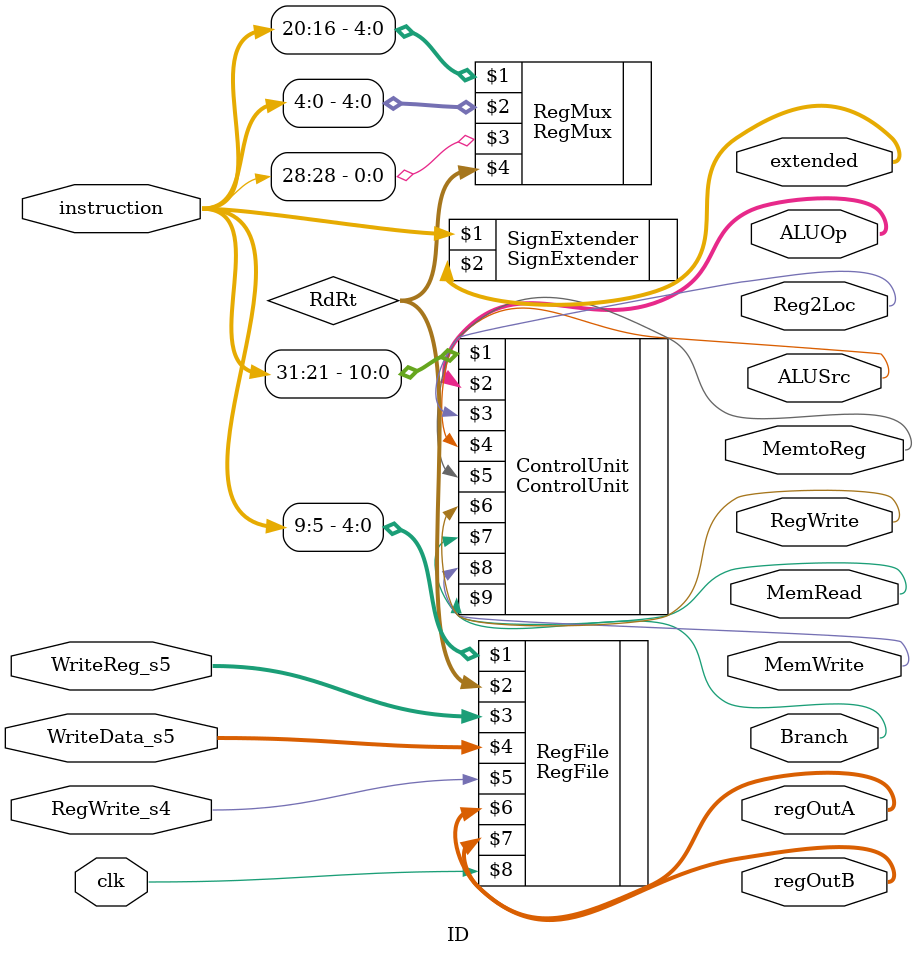
<source format=v>
`timescale 1ns / 1ps


module ID(
    input [31:0] instruction,
    input clk, RegWrite_s4,
    input [4:0] WriteReg_s5,
	 input [63:0] WriteData_s5,
    output Reg2Loc, ALUSrc, MemtoReg, RegWrite, MemRead, MemWrite, Branch,
    output [1:0] ALUOp,
    output [63:0] regOutA,
    output [63:0] regOutB,
    output [63:0] extended
    );
	 
	 
wire [4:0]RdRt;

ControlUnit ControlUnit(instruction[31:21], ALUOp, Reg2Loc, ALUSrc, MemtoReg, RegWrite, MemRead, MemWrite, Branch); 
RegMux RegMux(instruction[20:16], instruction[4:0], instruction[28], RdRt); 
SignExtender SignExtender(instruction[31:0], extended);
RegFile RegFile(instruction[9:5], RdRt, WriteReg_s5, WriteData_s5, RegWrite_s4, regOutA, regOutB, clk);
	 
endmodule

</source>
